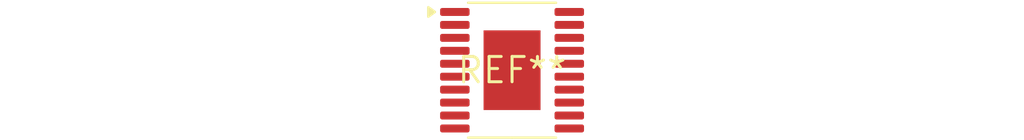
<source format=kicad_pcb>
(kicad_pcb (version 20240108) (generator pcbnew)
  (layers (0 "F.Cu" signal) (31 "B.Cu" signal) (34 "B.Paste" user) (35 "F.Paste" user) (36 "B.SilkS" user "B.Silkscreen") (37 "F.SilkS" user "F.Silkscreen") (38 "B.Mask" user) (39 "F.Mask" user) (44 "Edge.Cuts" user))
  (net 0 "")
  (footprint "HTSSOP-20-1EP_4.4x6.5mm_P0.65mm_EP2.85x4mm" (layer "F.Cu") (at 0 0)
    (property "Reference" "REF**")
    (property "Value" "HTSSOP-20-1EP_4.4x6.5mm_P0.65mm_EP2.85x4mm")
    (fp_line (start 0 -3.385) (end -2.2 -3.385) (layer "F.SilkS") (stroke (width 0.12)))
    (fp_line (start 0 -3.385) (end 2.2 -3.385) (layer "F.SilkS") (stroke (width 0.12)))
    (fp_line (start 0 3.385) (end -2.2 3.385) (layer "F.SilkS") (stroke (width 0.12)))
    (fp_line (start 0 3.385) (end 2.2 3.385) (layer "F.SilkS") (stroke (width 0.12)))
    (fp_poly (pts (xy -3.86 -2.925) (xy -4.19 -3.165) (xy -4.19 -2.685) (xy -3.86 -2.925)) (layer "F.SilkS") (stroke (width 0.12)) (fill solid))
    (pad "1" smd roundrect (at -2.8625 -2.925) (size 1.475 0.4) (layers "F.Cu" "F.Paste" "F.Mask"))
    (pad "2" smd roundrect (at -2.8625 -2.275) (size 1.475 0.4) (layers "F.Cu" "F.Paste" "F.Mask"))
    (pad "3" smd roundrect (at -2.8625 -1.625) (size 1.475 0.4) (layers "F.Cu" "F.Paste" "F.Mask"))
    (pad "4" smd roundrect (at -2.8625 -0.975) (size 1.475 0.4) (layers "F.Cu" "F.Paste" "F.Mask"))
    (pad "5" smd roundrect (at -2.8625 -0.325) (size 1.475 0.4) (layers "F.Cu" "F.Paste" "F.Mask"))
    (pad "6" smd roundrect (at -2.8625 0.325) (size 1.475 0.4) (layers "F.Cu" "F.Paste" "F.Mask"))
    (pad "7" smd roundrect (at -2.8625 0.975) (size 1.475 0.4) (layers "F.Cu" "F.Paste" "F.Mask"))
    (pad "8" smd roundrect (at -2.8625 1.625) (size 1.475 0.4) (layers "F.Cu" "F.Paste" "F.Mask"))
    (pad "9" smd roundrect (at -2.8625 2.275) (size 1.475 0.4) (layers "F.Cu" "F.Paste" "F.Mask"))
    (pad "10" smd roundrect (at -2.8625 2.925) (size 1.475 0.4) (layers "F.Cu" "F.Paste" "F.Mask"))
    (pad "11" smd roundrect (at 2.8625 2.925) (size 1.475 0.4) (layers "F.Cu" "F.Paste" "F.Mask"))
    (pad "12" smd roundrect (at 2.8625 2.275) (size 1.475 0.4) (layers "F.Cu" "F.Paste" "F.Mask"))
    (pad "13" smd roundrect (at 2.8625 1.625) (size 1.475 0.4) (layers "F.Cu" "F.Paste" "F.Mask"))
    (pad "14" smd roundrect (at 2.8625 0.975) (size 1.475 0.4) (layers "F.Cu" "F.Paste" "F.Mask"))
    (pad "15" smd roundrect (at 2.8625 0.325) (size 1.475 0.4) (layers "F.Cu" "F.Paste" "F.Mask"))
    (pad "16" smd roundrect (at 2.8625 -0.325) (size 1.475 0.4) (layers "F.Cu" "F.Paste" "F.Mask"))
    (pad "17" smd roundrect (at 2.8625 -0.975) (size 1.475 0.4) (layers "F.Cu" "F.Paste" "F.Mask"))
    (pad "18" smd roundrect (at 2.8625 -1.625) (size 1.475 0.4) (layers "F.Cu" "F.Paste" "F.Mask"))
    (pad "19" smd roundrect (at 2.8625 -2.275) (size 1.475 0.4) (layers "F.Cu" "F.Paste" "F.Mask"))
    (pad "20" smd roundrect (at 2.8625 -2.925) (size 1.475 0.4) (layers "F.Cu" "F.Paste" "F.Mask"))
    (pad "21" smd rect (at 0 0) (size 2.85 4) (property pad_prop_heatsink) (layers "F.Cu" "F.Mask"))
  )
)
</source>
